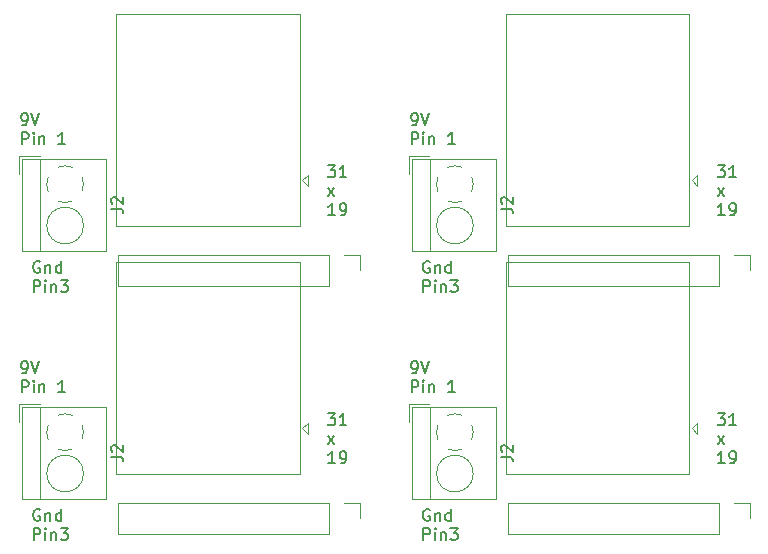
<source format=gbr>
%TF.GenerationSoftware,KiCad,Pcbnew,7.0.9*%
%TF.CreationDate,2024-06-08T21:54:21-04:00*%
%TF.ProjectId,8P breakout header,38502062-7265-4616-9b6f-757420686561,rev?*%
%TF.SameCoordinates,Original*%
%TF.FileFunction,Legend,Top*%
%TF.FilePolarity,Positive*%
%FSLAX46Y46*%
G04 Gerber Fmt 4.6, Leading zero omitted, Abs format (unit mm)*
G04 Created by KiCad (PCBNEW 7.0.9) date 2024-06-08 21:54:21*
%MOMM*%
%LPD*%
G01*
G04 APERTURE LIST*
%ADD10C,0.150000*%
%ADD11C,0.120000*%
G04 APERTURE END LIST*
D10*
X152360588Y-35807438D02*
X152265350Y-35759819D01*
X152265350Y-35759819D02*
X152122493Y-35759819D01*
X152122493Y-35759819D02*
X151979636Y-35807438D01*
X151979636Y-35807438D02*
X151884398Y-35902676D01*
X151884398Y-35902676D02*
X151836779Y-35997914D01*
X151836779Y-35997914D02*
X151789160Y-36188390D01*
X151789160Y-36188390D02*
X151789160Y-36331247D01*
X151789160Y-36331247D02*
X151836779Y-36521723D01*
X151836779Y-36521723D02*
X151884398Y-36616961D01*
X151884398Y-36616961D02*
X151979636Y-36712200D01*
X151979636Y-36712200D02*
X152122493Y-36759819D01*
X152122493Y-36759819D02*
X152217731Y-36759819D01*
X152217731Y-36759819D02*
X152360588Y-36712200D01*
X152360588Y-36712200D02*
X152408207Y-36664580D01*
X152408207Y-36664580D02*
X152408207Y-36331247D01*
X152408207Y-36331247D02*
X152217731Y-36331247D01*
X152836779Y-36093152D02*
X152836779Y-36759819D01*
X152836779Y-36188390D02*
X152884398Y-36140771D01*
X152884398Y-36140771D02*
X152979636Y-36093152D01*
X152979636Y-36093152D02*
X153122493Y-36093152D01*
X153122493Y-36093152D02*
X153217731Y-36140771D01*
X153217731Y-36140771D02*
X153265350Y-36236009D01*
X153265350Y-36236009D02*
X153265350Y-36759819D01*
X154170112Y-36759819D02*
X154170112Y-35759819D01*
X154170112Y-36712200D02*
X154074874Y-36759819D01*
X154074874Y-36759819D02*
X153884398Y-36759819D01*
X153884398Y-36759819D02*
X153789160Y-36712200D01*
X153789160Y-36712200D02*
X153741541Y-36664580D01*
X153741541Y-36664580D02*
X153693922Y-36569342D01*
X153693922Y-36569342D02*
X153693922Y-36283628D01*
X153693922Y-36283628D02*
X153741541Y-36188390D01*
X153741541Y-36188390D02*
X153789160Y-36140771D01*
X153789160Y-36140771D02*
X153884398Y-36093152D01*
X153884398Y-36093152D02*
X154074874Y-36093152D01*
X154074874Y-36093152D02*
X154170112Y-36140771D01*
X151836779Y-38369819D02*
X151836779Y-37369819D01*
X151836779Y-37369819D02*
X152217731Y-37369819D01*
X152217731Y-37369819D02*
X152312969Y-37417438D01*
X152312969Y-37417438D02*
X152360588Y-37465057D01*
X152360588Y-37465057D02*
X152408207Y-37560295D01*
X152408207Y-37560295D02*
X152408207Y-37703152D01*
X152408207Y-37703152D02*
X152360588Y-37798390D01*
X152360588Y-37798390D02*
X152312969Y-37846009D01*
X152312969Y-37846009D02*
X152217731Y-37893628D01*
X152217731Y-37893628D02*
X151836779Y-37893628D01*
X152836779Y-38369819D02*
X152836779Y-37703152D01*
X152836779Y-37369819D02*
X152789160Y-37417438D01*
X152789160Y-37417438D02*
X152836779Y-37465057D01*
X152836779Y-37465057D02*
X152884398Y-37417438D01*
X152884398Y-37417438D02*
X152836779Y-37369819D01*
X152836779Y-37369819D02*
X152836779Y-37465057D01*
X153312969Y-37703152D02*
X153312969Y-38369819D01*
X153312969Y-37798390D02*
X153360588Y-37750771D01*
X153360588Y-37750771D02*
X153455826Y-37703152D01*
X153455826Y-37703152D02*
X153598683Y-37703152D01*
X153598683Y-37703152D02*
X153693921Y-37750771D01*
X153693921Y-37750771D02*
X153741540Y-37846009D01*
X153741540Y-37846009D02*
X153741540Y-38369819D01*
X154122493Y-37369819D02*
X154741540Y-37369819D01*
X154741540Y-37369819D02*
X154408207Y-37750771D01*
X154408207Y-37750771D02*
X154551064Y-37750771D01*
X154551064Y-37750771D02*
X154646302Y-37798390D01*
X154646302Y-37798390D02*
X154693921Y-37846009D01*
X154693921Y-37846009D02*
X154741540Y-37941247D01*
X154741540Y-37941247D02*
X154741540Y-38179342D01*
X154741540Y-38179342D02*
X154693921Y-38274580D01*
X154693921Y-38274580D02*
X154646302Y-38322200D01*
X154646302Y-38322200D02*
X154551064Y-38369819D01*
X154551064Y-38369819D02*
X154265350Y-38369819D01*
X154265350Y-38369819D02*
X154170112Y-38322200D01*
X154170112Y-38322200D02*
X154122493Y-38274580D01*
X150884398Y-45259819D02*
X151074874Y-45259819D01*
X151074874Y-45259819D02*
X151170112Y-45212200D01*
X151170112Y-45212200D02*
X151217731Y-45164580D01*
X151217731Y-45164580D02*
X151312969Y-45021723D01*
X151312969Y-45021723D02*
X151360588Y-44831247D01*
X151360588Y-44831247D02*
X151360588Y-44450295D01*
X151360588Y-44450295D02*
X151312969Y-44355057D01*
X151312969Y-44355057D02*
X151265350Y-44307438D01*
X151265350Y-44307438D02*
X151170112Y-44259819D01*
X151170112Y-44259819D02*
X150979636Y-44259819D01*
X150979636Y-44259819D02*
X150884398Y-44307438D01*
X150884398Y-44307438D02*
X150836779Y-44355057D01*
X150836779Y-44355057D02*
X150789160Y-44450295D01*
X150789160Y-44450295D02*
X150789160Y-44688390D01*
X150789160Y-44688390D02*
X150836779Y-44783628D01*
X150836779Y-44783628D02*
X150884398Y-44831247D01*
X150884398Y-44831247D02*
X150979636Y-44878866D01*
X150979636Y-44878866D02*
X151170112Y-44878866D01*
X151170112Y-44878866D02*
X151265350Y-44831247D01*
X151265350Y-44831247D02*
X151312969Y-44783628D01*
X151312969Y-44783628D02*
X151360588Y-44688390D01*
X151646303Y-44259819D02*
X151979636Y-45259819D01*
X151979636Y-45259819D02*
X152312969Y-44259819D01*
X150836779Y-46869819D02*
X150836779Y-45869819D01*
X150836779Y-45869819D02*
X151217731Y-45869819D01*
X151217731Y-45869819D02*
X151312969Y-45917438D01*
X151312969Y-45917438D02*
X151360588Y-45965057D01*
X151360588Y-45965057D02*
X151408207Y-46060295D01*
X151408207Y-46060295D02*
X151408207Y-46203152D01*
X151408207Y-46203152D02*
X151360588Y-46298390D01*
X151360588Y-46298390D02*
X151312969Y-46346009D01*
X151312969Y-46346009D02*
X151217731Y-46393628D01*
X151217731Y-46393628D02*
X150836779Y-46393628D01*
X151836779Y-46869819D02*
X151836779Y-46203152D01*
X151836779Y-45869819D02*
X151789160Y-45917438D01*
X151789160Y-45917438D02*
X151836779Y-45965057D01*
X151836779Y-45965057D02*
X151884398Y-45917438D01*
X151884398Y-45917438D02*
X151836779Y-45869819D01*
X151836779Y-45869819D02*
X151836779Y-45965057D01*
X152312969Y-46203152D02*
X152312969Y-46869819D01*
X152312969Y-46298390D02*
X152360588Y-46250771D01*
X152360588Y-46250771D02*
X152455826Y-46203152D01*
X152455826Y-46203152D02*
X152598683Y-46203152D01*
X152598683Y-46203152D02*
X152693921Y-46250771D01*
X152693921Y-46250771D02*
X152741540Y-46346009D01*
X152741540Y-46346009D02*
X152741540Y-46869819D01*
X154503445Y-46869819D02*
X153932017Y-46869819D01*
X154217731Y-46869819D02*
X154217731Y-45869819D01*
X154217731Y-45869819D02*
X154122493Y-46012676D01*
X154122493Y-46012676D02*
X154027255Y-46107914D01*
X154027255Y-46107914D02*
X153932017Y-46155533D01*
X119360588Y-35807438D02*
X119265350Y-35759819D01*
X119265350Y-35759819D02*
X119122493Y-35759819D01*
X119122493Y-35759819D02*
X118979636Y-35807438D01*
X118979636Y-35807438D02*
X118884398Y-35902676D01*
X118884398Y-35902676D02*
X118836779Y-35997914D01*
X118836779Y-35997914D02*
X118789160Y-36188390D01*
X118789160Y-36188390D02*
X118789160Y-36331247D01*
X118789160Y-36331247D02*
X118836779Y-36521723D01*
X118836779Y-36521723D02*
X118884398Y-36616961D01*
X118884398Y-36616961D02*
X118979636Y-36712200D01*
X118979636Y-36712200D02*
X119122493Y-36759819D01*
X119122493Y-36759819D02*
X119217731Y-36759819D01*
X119217731Y-36759819D02*
X119360588Y-36712200D01*
X119360588Y-36712200D02*
X119408207Y-36664580D01*
X119408207Y-36664580D02*
X119408207Y-36331247D01*
X119408207Y-36331247D02*
X119217731Y-36331247D01*
X119836779Y-36093152D02*
X119836779Y-36759819D01*
X119836779Y-36188390D02*
X119884398Y-36140771D01*
X119884398Y-36140771D02*
X119979636Y-36093152D01*
X119979636Y-36093152D02*
X120122493Y-36093152D01*
X120122493Y-36093152D02*
X120217731Y-36140771D01*
X120217731Y-36140771D02*
X120265350Y-36236009D01*
X120265350Y-36236009D02*
X120265350Y-36759819D01*
X121170112Y-36759819D02*
X121170112Y-35759819D01*
X121170112Y-36712200D02*
X121074874Y-36759819D01*
X121074874Y-36759819D02*
X120884398Y-36759819D01*
X120884398Y-36759819D02*
X120789160Y-36712200D01*
X120789160Y-36712200D02*
X120741541Y-36664580D01*
X120741541Y-36664580D02*
X120693922Y-36569342D01*
X120693922Y-36569342D02*
X120693922Y-36283628D01*
X120693922Y-36283628D02*
X120741541Y-36188390D01*
X120741541Y-36188390D02*
X120789160Y-36140771D01*
X120789160Y-36140771D02*
X120884398Y-36093152D01*
X120884398Y-36093152D02*
X121074874Y-36093152D01*
X121074874Y-36093152D02*
X121170112Y-36140771D01*
X118836779Y-38369819D02*
X118836779Y-37369819D01*
X118836779Y-37369819D02*
X119217731Y-37369819D01*
X119217731Y-37369819D02*
X119312969Y-37417438D01*
X119312969Y-37417438D02*
X119360588Y-37465057D01*
X119360588Y-37465057D02*
X119408207Y-37560295D01*
X119408207Y-37560295D02*
X119408207Y-37703152D01*
X119408207Y-37703152D02*
X119360588Y-37798390D01*
X119360588Y-37798390D02*
X119312969Y-37846009D01*
X119312969Y-37846009D02*
X119217731Y-37893628D01*
X119217731Y-37893628D02*
X118836779Y-37893628D01*
X119836779Y-38369819D02*
X119836779Y-37703152D01*
X119836779Y-37369819D02*
X119789160Y-37417438D01*
X119789160Y-37417438D02*
X119836779Y-37465057D01*
X119836779Y-37465057D02*
X119884398Y-37417438D01*
X119884398Y-37417438D02*
X119836779Y-37369819D01*
X119836779Y-37369819D02*
X119836779Y-37465057D01*
X120312969Y-37703152D02*
X120312969Y-38369819D01*
X120312969Y-37798390D02*
X120360588Y-37750771D01*
X120360588Y-37750771D02*
X120455826Y-37703152D01*
X120455826Y-37703152D02*
X120598683Y-37703152D01*
X120598683Y-37703152D02*
X120693921Y-37750771D01*
X120693921Y-37750771D02*
X120741540Y-37846009D01*
X120741540Y-37846009D02*
X120741540Y-38369819D01*
X121122493Y-37369819D02*
X121741540Y-37369819D01*
X121741540Y-37369819D02*
X121408207Y-37750771D01*
X121408207Y-37750771D02*
X121551064Y-37750771D01*
X121551064Y-37750771D02*
X121646302Y-37798390D01*
X121646302Y-37798390D02*
X121693921Y-37846009D01*
X121693921Y-37846009D02*
X121741540Y-37941247D01*
X121741540Y-37941247D02*
X121741540Y-38179342D01*
X121741540Y-38179342D02*
X121693921Y-38274580D01*
X121693921Y-38274580D02*
X121646302Y-38322200D01*
X121646302Y-38322200D02*
X121551064Y-38369819D01*
X121551064Y-38369819D02*
X121265350Y-38369819D01*
X121265350Y-38369819D02*
X121170112Y-38322200D01*
X121170112Y-38322200D02*
X121122493Y-38274580D01*
X117884398Y-24259819D02*
X118074874Y-24259819D01*
X118074874Y-24259819D02*
X118170112Y-24212200D01*
X118170112Y-24212200D02*
X118217731Y-24164580D01*
X118217731Y-24164580D02*
X118312969Y-24021723D01*
X118312969Y-24021723D02*
X118360588Y-23831247D01*
X118360588Y-23831247D02*
X118360588Y-23450295D01*
X118360588Y-23450295D02*
X118312969Y-23355057D01*
X118312969Y-23355057D02*
X118265350Y-23307438D01*
X118265350Y-23307438D02*
X118170112Y-23259819D01*
X118170112Y-23259819D02*
X117979636Y-23259819D01*
X117979636Y-23259819D02*
X117884398Y-23307438D01*
X117884398Y-23307438D02*
X117836779Y-23355057D01*
X117836779Y-23355057D02*
X117789160Y-23450295D01*
X117789160Y-23450295D02*
X117789160Y-23688390D01*
X117789160Y-23688390D02*
X117836779Y-23783628D01*
X117836779Y-23783628D02*
X117884398Y-23831247D01*
X117884398Y-23831247D02*
X117979636Y-23878866D01*
X117979636Y-23878866D02*
X118170112Y-23878866D01*
X118170112Y-23878866D02*
X118265350Y-23831247D01*
X118265350Y-23831247D02*
X118312969Y-23783628D01*
X118312969Y-23783628D02*
X118360588Y-23688390D01*
X118646303Y-23259819D02*
X118979636Y-24259819D01*
X118979636Y-24259819D02*
X119312969Y-23259819D01*
X117836779Y-25869819D02*
X117836779Y-24869819D01*
X117836779Y-24869819D02*
X118217731Y-24869819D01*
X118217731Y-24869819D02*
X118312969Y-24917438D01*
X118312969Y-24917438D02*
X118360588Y-24965057D01*
X118360588Y-24965057D02*
X118408207Y-25060295D01*
X118408207Y-25060295D02*
X118408207Y-25203152D01*
X118408207Y-25203152D02*
X118360588Y-25298390D01*
X118360588Y-25298390D02*
X118312969Y-25346009D01*
X118312969Y-25346009D02*
X118217731Y-25393628D01*
X118217731Y-25393628D02*
X117836779Y-25393628D01*
X118836779Y-25869819D02*
X118836779Y-25203152D01*
X118836779Y-24869819D02*
X118789160Y-24917438D01*
X118789160Y-24917438D02*
X118836779Y-24965057D01*
X118836779Y-24965057D02*
X118884398Y-24917438D01*
X118884398Y-24917438D02*
X118836779Y-24869819D01*
X118836779Y-24869819D02*
X118836779Y-24965057D01*
X119312969Y-25203152D02*
X119312969Y-25869819D01*
X119312969Y-25298390D02*
X119360588Y-25250771D01*
X119360588Y-25250771D02*
X119455826Y-25203152D01*
X119455826Y-25203152D02*
X119598683Y-25203152D01*
X119598683Y-25203152D02*
X119693921Y-25250771D01*
X119693921Y-25250771D02*
X119741540Y-25346009D01*
X119741540Y-25346009D02*
X119741540Y-25869819D01*
X121503445Y-25869819D02*
X120932017Y-25869819D01*
X121217731Y-25869819D02*
X121217731Y-24869819D01*
X121217731Y-24869819D02*
X121122493Y-25012676D01*
X121122493Y-25012676D02*
X121027255Y-25107914D01*
X121027255Y-25107914D02*
X120932017Y-25155533D01*
X176741541Y-27649819D02*
X177360588Y-27649819D01*
X177360588Y-27649819D02*
X177027255Y-28030771D01*
X177027255Y-28030771D02*
X177170112Y-28030771D01*
X177170112Y-28030771D02*
X177265350Y-28078390D01*
X177265350Y-28078390D02*
X177312969Y-28126009D01*
X177312969Y-28126009D02*
X177360588Y-28221247D01*
X177360588Y-28221247D02*
X177360588Y-28459342D01*
X177360588Y-28459342D02*
X177312969Y-28554580D01*
X177312969Y-28554580D02*
X177265350Y-28602200D01*
X177265350Y-28602200D02*
X177170112Y-28649819D01*
X177170112Y-28649819D02*
X176884398Y-28649819D01*
X176884398Y-28649819D02*
X176789160Y-28602200D01*
X176789160Y-28602200D02*
X176741541Y-28554580D01*
X178312969Y-28649819D02*
X177741541Y-28649819D01*
X178027255Y-28649819D02*
X178027255Y-27649819D01*
X178027255Y-27649819D02*
X177932017Y-27792676D01*
X177932017Y-27792676D02*
X177836779Y-27887914D01*
X177836779Y-27887914D02*
X177741541Y-27935533D01*
X176741541Y-30259819D02*
X177265350Y-29593152D01*
X176741541Y-29593152D02*
X177265350Y-30259819D01*
X177360588Y-31869819D02*
X176789160Y-31869819D01*
X177074874Y-31869819D02*
X177074874Y-30869819D01*
X177074874Y-30869819D02*
X176979636Y-31012676D01*
X176979636Y-31012676D02*
X176884398Y-31107914D01*
X176884398Y-31107914D02*
X176789160Y-31155533D01*
X177836779Y-31869819D02*
X178027255Y-31869819D01*
X178027255Y-31869819D02*
X178122493Y-31822200D01*
X178122493Y-31822200D02*
X178170112Y-31774580D01*
X178170112Y-31774580D02*
X178265350Y-31631723D01*
X178265350Y-31631723D02*
X178312969Y-31441247D01*
X178312969Y-31441247D02*
X178312969Y-31060295D01*
X178312969Y-31060295D02*
X178265350Y-30965057D01*
X178265350Y-30965057D02*
X178217731Y-30917438D01*
X178217731Y-30917438D02*
X178122493Y-30869819D01*
X178122493Y-30869819D02*
X177932017Y-30869819D01*
X177932017Y-30869819D02*
X177836779Y-30917438D01*
X177836779Y-30917438D02*
X177789160Y-30965057D01*
X177789160Y-30965057D02*
X177741541Y-31060295D01*
X177741541Y-31060295D02*
X177741541Y-31298390D01*
X177741541Y-31298390D02*
X177789160Y-31393628D01*
X177789160Y-31393628D02*
X177836779Y-31441247D01*
X177836779Y-31441247D02*
X177932017Y-31488866D01*
X177932017Y-31488866D02*
X178122493Y-31488866D01*
X178122493Y-31488866D02*
X178217731Y-31441247D01*
X178217731Y-31441247D02*
X178265350Y-31393628D01*
X178265350Y-31393628D02*
X178312969Y-31298390D01*
X143741541Y-27649819D02*
X144360588Y-27649819D01*
X144360588Y-27649819D02*
X144027255Y-28030771D01*
X144027255Y-28030771D02*
X144170112Y-28030771D01*
X144170112Y-28030771D02*
X144265350Y-28078390D01*
X144265350Y-28078390D02*
X144312969Y-28126009D01*
X144312969Y-28126009D02*
X144360588Y-28221247D01*
X144360588Y-28221247D02*
X144360588Y-28459342D01*
X144360588Y-28459342D02*
X144312969Y-28554580D01*
X144312969Y-28554580D02*
X144265350Y-28602200D01*
X144265350Y-28602200D02*
X144170112Y-28649819D01*
X144170112Y-28649819D02*
X143884398Y-28649819D01*
X143884398Y-28649819D02*
X143789160Y-28602200D01*
X143789160Y-28602200D02*
X143741541Y-28554580D01*
X145312969Y-28649819D02*
X144741541Y-28649819D01*
X145027255Y-28649819D02*
X145027255Y-27649819D01*
X145027255Y-27649819D02*
X144932017Y-27792676D01*
X144932017Y-27792676D02*
X144836779Y-27887914D01*
X144836779Y-27887914D02*
X144741541Y-27935533D01*
X143741541Y-30259819D02*
X144265350Y-29593152D01*
X143741541Y-29593152D02*
X144265350Y-30259819D01*
X144360588Y-31869819D02*
X143789160Y-31869819D01*
X144074874Y-31869819D02*
X144074874Y-30869819D01*
X144074874Y-30869819D02*
X143979636Y-31012676D01*
X143979636Y-31012676D02*
X143884398Y-31107914D01*
X143884398Y-31107914D02*
X143789160Y-31155533D01*
X144836779Y-31869819D02*
X145027255Y-31869819D01*
X145027255Y-31869819D02*
X145122493Y-31822200D01*
X145122493Y-31822200D02*
X145170112Y-31774580D01*
X145170112Y-31774580D02*
X145265350Y-31631723D01*
X145265350Y-31631723D02*
X145312969Y-31441247D01*
X145312969Y-31441247D02*
X145312969Y-31060295D01*
X145312969Y-31060295D02*
X145265350Y-30965057D01*
X145265350Y-30965057D02*
X145217731Y-30917438D01*
X145217731Y-30917438D02*
X145122493Y-30869819D01*
X145122493Y-30869819D02*
X144932017Y-30869819D01*
X144932017Y-30869819D02*
X144836779Y-30917438D01*
X144836779Y-30917438D02*
X144789160Y-30965057D01*
X144789160Y-30965057D02*
X144741541Y-31060295D01*
X144741541Y-31060295D02*
X144741541Y-31298390D01*
X144741541Y-31298390D02*
X144789160Y-31393628D01*
X144789160Y-31393628D02*
X144836779Y-31441247D01*
X144836779Y-31441247D02*
X144932017Y-31488866D01*
X144932017Y-31488866D02*
X145122493Y-31488866D01*
X145122493Y-31488866D02*
X145217731Y-31441247D01*
X145217731Y-31441247D02*
X145265350Y-31393628D01*
X145265350Y-31393628D02*
X145312969Y-31298390D01*
X119360588Y-56807438D02*
X119265350Y-56759819D01*
X119265350Y-56759819D02*
X119122493Y-56759819D01*
X119122493Y-56759819D02*
X118979636Y-56807438D01*
X118979636Y-56807438D02*
X118884398Y-56902676D01*
X118884398Y-56902676D02*
X118836779Y-56997914D01*
X118836779Y-56997914D02*
X118789160Y-57188390D01*
X118789160Y-57188390D02*
X118789160Y-57331247D01*
X118789160Y-57331247D02*
X118836779Y-57521723D01*
X118836779Y-57521723D02*
X118884398Y-57616961D01*
X118884398Y-57616961D02*
X118979636Y-57712200D01*
X118979636Y-57712200D02*
X119122493Y-57759819D01*
X119122493Y-57759819D02*
X119217731Y-57759819D01*
X119217731Y-57759819D02*
X119360588Y-57712200D01*
X119360588Y-57712200D02*
X119408207Y-57664580D01*
X119408207Y-57664580D02*
X119408207Y-57331247D01*
X119408207Y-57331247D02*
X119217731Y-57331247D01*
X119836779Y-57093152D02*
X119836779Y-57759819D01*
X119836779Y-57188390D02*
X119884398Y-57140771D01*
X119884398Y-57140771D02*
X119979636Y-57093152D01*
X119979636Y-57093152D02*
X120122493Y-57093152D01*
X120122493Y-57093152D02*
X120217731Y-57140771D01*
X120217731Y-57140771D02*
X120265350Y-57236009D01*
X120265350Y-57236009D02*
X120265350Y-57759819D01*
X121170112Y-57759819D02*
X121170112Y-56759819D01*
X121170112Y-57712200D02*
X121074874Y-57759819D01*
X121074874Y-57759819D02*
X120884398Y-57759819D01*
X120884398Y-57759819D02*
X120789160Y-57712200D01*
X120789160Y-57712200D02*
X120741541Y-57664580D01*
X120741541Y-57664580D02*
X120693922Y-57569342D01*
X120693922Y-57569342D02*
X120693922Y-57283628D01*
X120693922Y-57283628D02*
X120741541Y-57188390D01*
X120741541Y-57188390D02*
X120789160Y-57140771D01*
X120789160Y-57140771D02*
X120884398Y-57093152D01*
X120884398Y-57093152D02*
X121074874Y-57093152D01*
X121074874Y-57093152D02*
X121170112Y-57140771D01*
X118836779Y-59369819D02*
X118836779Y-58369819D01*
X118836779Y-58369819D02*
X119217731Y-58369819D01*
X119217731Y-58369819D02*
X119312969Y-58417438D01*
X119312969Y-58417438D02*
X119360588Y-58465057D01*
X119360588Y-58465057D02*
X119408207Y-58560295D01*
X119408207Y-58560295D02*
X119408207Y-58703152D01*
X119408207Y-58703152D02*
X119360588Y-58798390D01*
X119360588Y-58798390D02*
X119312969Y-58846009D01*
X119312969Y-58846009D02*
X119217731Y-58893628D01*
X119217731Y-58893628D02*
X118836779Y-58893628D01*
X119836779Y-59369819D02*
X119836779Y-58703152D01*
X119836779Y-58369819D02*
X119789160Y-58417438D01*
X119789160Y-58417438D02*
X119836779Y-58465057D01*
X119836779Y-58465057D02*
X119884398Y-58417438D01*
X119884398Y-58417438D02*
X119836779Y-58369819D01*
X119836779Y-58369819D02*
X119836779Y-58465057D01*
X120312969Y-58703152D02*
X120312969Y-59369819D01*
X120312969Y-58798390D02*
X120360588Y-58750771D01*
X120360588Y-58750771D02*
X120455826Y-58703152D01*
X120455826Y-58703152D02*
X120598683Y-58703152D01*
X120598683Y-58703152D02*
X120693921Y-58750771D01*
X120693921Y-58750771D02*
X120741540Y-58846009D01*
X120741540Y-58846009D02*
X120741540Y-59369819D01*
X121122493Y-58369819D02*
X121741540Y-58369819D01*
X121741540Y-58369819D02*
X121408207Y-58750771D01*
X121408207Y-58750771D02*
X121551064Y-58750771D01*
X121551064Y-58750771D02*
X121646302Y-58798390D01*
X121646302Y-58798390D02*
X121693921Y-58846009D01*
X121693921Y-58846009D02*
X121741540Y-58941247D01*
X121741540Y-58941247D02*
X121741540Y-59179342D01*
X121741540Y-59179342D02*
X121693921Y-59274580D01*
X121693921Y-59274580D02*
X121646302Y-59322200D01*
X121646302Y-59322200D02*
X121551064Y-59369819D01*
X121551064Y-59369819D02*
X121265350Y-59369819D01*
X121265350Y-59369819D02*
X121170112Y-59322200D01*
X121170112Y-59322200D02*
X121122493Y-59274580D01*
X176741541Y-48649819D02*
X177360588Y-48649819D01*
X177360588Y-48649819D02*
X177027255Y-49030771D01*
X177027255Y-49030771D02*
X177170112Y-49030771D01*
X177170112Y-49030771D02*
X177265350Y-49078390D01*
X177265350Y-49078390D02*
X177312969Y-49126009D01*
X177312969Y-49126009D02*
X177360588Y-49221247D01*
X177360588Y-49221247D02*
X177360588Y-49459342D01*
X177360588Y-49459342D02*
X177312969Y-49554580D01*
X177312969Y-49554580D02*
X177265350Y-49602200D01*
X177265350Y-49602200D02*
X177170112Y-49649819D01*
X177170112Y-49649819D02*
X176884398Y-49649819D01*
X176884398Y-49649819D02*
X176789160Y-49602200D01*
X176789160Y-49602200D02*
X176741541Y-49554580D01*
X178312969Y-49649819D02*
X177741541Y-49649819D01*
X178027255Y-49649819D02*
X178027255Y-48649819D01*
X178027255Y-48649819D02*
X177932017Y-48792676D01*
X177932017Y-48792676D02*
X177836779Y-48887914D01*
X177836779Y-48887914D02*
X177741541Y-48935533D01*
X176741541Y-51259819D02*
X177265350Y-50593152D01*
X176741541Y-50593152D02*
X177265350Y-51259819D01*
X177360588Y-52869819D02*
X176789160Y-52869819D01*
X177074874Y-52869819D02*
X177074874Y-51869819D01*
X177074874Y-51869819D02*
X176979636Y-52012676D01*
X176979636Y-52012676D02*
X176884398Y-52107914D01*
X176884398Y-52107914D02*
X176789160Y-52155533D01*
X177836779Y-52869819D02*
X178027255Y-52869819D01*
X178027255Y-52869819D02*
X178122493Y-52822200D01*
X178122493Y-52822200D02*
X178170112Y-52774580D01*
X178170112Y-52774580D02*
X178265350Y-52631723D01*
X178265350Y-52631723D02*
X178312969Y-52441247D01*
X178312969Y-52441247D02*
X178312969Y-52060295D01*
X178312969Y-52060295D02*
X178265350Y-51965057D01*
X178265350Y-51965057D02*
X178217731Y-51917438D01*
X178217731Y-51917438D02*
X178122493Y-51869819D01*
X178122493Y-51869819D02*
X177932017Y-51869819D01*
X177932017Y-51869819D02*
X177836779Y-51917438D01*
X177836779Y-51917438D02*
X177789160Y-51965057D01*
X177789160Y-51965057D02*
X177741541Y-52060295D01*
X177741541Y-52060295D02*
X177741541Y-52298390D01*
X177741541Y-52298390D02*
X177789160Y-52393628D01*
X177789160Y-52393628D02*
X177836779Y-52441247D01*
X177836779Y-52441247D02*
X177932017Y-52488866D01*
X177932017Y-52488866D02*
X178122493Y-52488866D01*
X178122493Y-52488866D02*
X178217731Y-52441247D01*
X178217731Y-52441247D02*
X178265350Y-52393628D01*
X178265350Y-52393628D02*
X178312969Y-52298390D01*
X143741541Y-48649819D02*
X144360588Y-48649819D01*
X144360588Y-48649819D02*
X144027255Y-49030771D01*
X144027255Y-49030771D02*
X144170112Y-49030771D01*
X144170112Y-49030771D02*
X144265350Y-49078390D01*
X144265350Y-49078390D02*
X144312969Y-49126009D01*
X144312969Y-49126009D02*
X144360588Y-49221247D01*
X144360588Y-49221247D02*
X144360588Y-49459342D01*
X144360588Y-49459342D02*
X144312969Y-49554580D01*
X144312969Y-49554580D02*
X144265350Y-49602200D01*
X144265350Y-49602200D02*
X144170112Y-49649819D01*
X144170112Y-49649819D02*
X143884398Y-49649819D01*
X143884398Y-49649819D02*
X143789160Y-49602200D01*
X143789160Y-49602200D02*
X143741541Y-49554580D01*
X145312969Y-49649819D02*
X144741541Y-49649819D01*
X145027255Y-49649819D02*
X145027255Y-48649819D01*
X145027255Y-48649819D02*
X144932017Y-48792676D01*
X144932017Y-48792676D02*
X144836779Y-48887914D01*
X144836779Y-48887914D02*
X144741541Y-48935533D01*
X143741541Y-51259819D02*
X144265350Y-50593152D01*
X143741541Y-50593152D02*
X144265350Y-51259819D01*
X144360588Y-52869819D02*
X143789160Y-52869819D01*
X144074874Y-52869819D02*
X144074874Y-51869819D01*
X144074874Y-51869819D02*
X143979636Y-52012676D01*
X143979636Y-52012676D02*
X143884398Y-52107914D01*
X143884398Y-52107914D02*
X143789160Y-52155533D01*
X144836779Y-52869819D02*
X145027255Y-52869819D01*
X145027255Y-52869819D02*
X145122493Y-52822200D01*
X145122493Y-52822200D02*
X145170112Y-52774580D01*
X145170112Y-52774580D02*
X145265350Y-52631723D01*
X145265350Y-52631723D02*
X145312969Y-52441247D01*
X145312969Y-52441247D02*
X145312969Y-52060295D01*
X145312969Y-52060295D02*
X145265350Y-51965057D01*
X145265350Y-51965057D02*
X145217731Y-51917438D01*
X145217731Y-51917438D02*
X145122493Y-51869819D01*
X145122493Y-51869819D02*
X144932017Y-51869819D01*
X144932017Y-51869819D02*
X144836779Y-51917438D01*
X144836779Y-51917438D02*
X144789160Y-51965057D01*
X144789160Y-51965057D02*
X144741541Y-52060295D01*
X144741541Y-52060295D02*
X144741541Y-52298390D01*
X144741541Y-52298390D02*
X144789160Y-52393628D01*
X144789160Y-52393628D02*
X144836779Y-52441247D01*
X144836779Y-52441247D02*
X144932017Y-52488866D01*
X144932017Y-52488866D02*
X145122493Y-52488866D01*
X145122493Y-52488866D02*
X145217731Y-52441247D01*
X145217731Y-52441247D02*
X145265350Y-52393628D01*
X145265350Y-52393628D02*
X145312969Y-52298390D01*
X152360588Y-56807438D02*
X152265350Y-56759819D01*
X152265350Y-56759819D02*
X152122493Y-56759819D01*
X152122493Y-56759819D02*
X151979636Y-56807438D01*
X151979636Y-56807438D02*
X151884398Y-56902676D01*
X151884398Y-56902676D02*
X151836779Y-56997914D01*
X151836779Y-56997914D02*
X151789160Y-57188390D01*
X151789160Y-57188390D02*
X151789160Y-57331247D01*
X151789160Y-57331247D02*
X151836779Y-57521723D01*
X151836779Y-57521723D02*
X151884398Y-57616961D01*
X151884398Y-57616961D02*
X151979636Y-57712200D01*
X151979636Y-57712200D02*
X152122493Y-57759819D01*
X152122493Y-57759819D02*
X152217731Y-57759819D01*
X152217731Y-57759819D02*
X152360588Y-57712200D01*
X152360588Y-57712200D02*
X152408207Y-57664580D01*
X152408207Y-57664580D02*
X152408207Y-57331247D01*
X152408207Y-57331247D02*
X152217731Y-57331247D01*
X152836779Y-57093152D02*
X152836779Y-57759819D01*
X152836779Y-57188390D02*
X152884398Y-57140771D01*
X152884398Y-57140771D02*
X152979636Y-57093152D01*
X152979636Y-57093152D02*
X153122493Y-57093152D01*
X153122493Y-57093152D02*
X153217731Y-57140771D01*
X153217731Y-57140771D02*
X153265350Y-57236009D01*
X153265350Y-57236009D02*
X153265350Y-57759819D01*
X154170112Y-57759819D02*
X154170112Y-56759819D01*
X154170112Y-57712200D02*
X154074874Y-57759819D01*
X154074874Y-57759819D02*
X153884398Y-57759819D01*
X153884398Y-57759819D02*
X153789160Y-57712200D01*
X153789160Y-57712200D02*
X153741541Y-57664580D01*
X153741541Y-57664580D02*
X153693922Y-57569342D01*
X153693922Y-57569342D02*
X153693922Y-57283628D01*
X153693922Y-57283628D02*
X153741541Y-57188390D01*
X153741541Y-57188390D02*
X153789160Y-57140771D01*
X153789160Y-57140771D02*
X153884398Y-57093152D01*
X153884398Y-57093152D02*
X154074874Y-57093152D01*
X154074874Y-57093152D02*
X154170112Y-57140771D01*
X151836779Y-59369819D02*
X151836779Y-58369819D01*
X151836779Y-58369819D02*
X152217731Y-58369819D01*
X152217731Y-58369819D02*
X152312969Y-58417438D01*
X152312969Y-58417438D02*
X152360588Y-58465057D01*
X152360588Y-58465057D02*
X152408207Y-58560295D01*
X152408207Y-58560295D02*
X152408207Y-58703152D01*
X152408207Y-58703152D02*
X152360588Y-58798390D01*
X152360588Y-58798390D02*
X152312969Y-58846009D01*
X152312969Y-58846009D02*
X152217731Y-58893628D01*
X152217731Y-58893628D02*
X151836779Y-58893628D01*
X152836779Y-59369819D02*
X152836779Y-58703152D01*
X152836779Y-58369819D02*
X152789160Y-58417438D01*
X152789160Y-58417438D02*
X152836779Y-58465057D01*
X152836779Y-58465057D02*
X152884398Y-58417438D01*
X152884398Y-58417438D02*
X152836779Y-58369819D01*
X152836779Y-58369819D02*
X152836779Y-58465057D01*
X153312969Y-58703152D02*
X153312969Y-59369819D01*
X153312969Y-58798390D02*
X153360588Y-58750771D01*
X153360588Y-58750771D02*
X153455826Y-58703152D01*
X153455826Y-58703152D02*
X153598683Y-58703152D01*
X153598683Y-58703152D02*
X153693921Y-58750771D01*
X153693921Y-58750771D02*
X153741540Y-58846009D01*
X153741540Y-58846009D02*
X153741540Y-59369819D01*
X154122493Y-58369819D02*
X154741540Y-58369819D01*
X154741540Y-58369819D02*
X154408207Y-58750771D01*
X154408207Y-58750771D02*
X154551064Y-58750771D01*
X154551064Y-58750771D02*
X154646302Y-58798390D01*
X154646302Y-58798390D02*
X154693921Y-58846009D01*
X154693921Y-58846009D02*
X154741540Y-58941247D01*
X154741540Y-58941247D02*
X154741540Y-59179342D01*
X154741540Y-59179342D02*
X154693921Y-59274580D01*
X154693921Y-59274580D02*
X154646302Y-59322200D01*
X154646302Y-59322200D02*
X154551064Y-59369819D01*
X154551064Y-59369819D02*
X154265350Y-59369819D01*
X154265350Y-59369819D02*
X154170112Y-59322200D01*
X154170112Y-59322200D02*
X154122493Y-59274580D01*
X150884398Y-24259819D02*
X151074874Y-24259819D01*
X151074874Y-24259819D02*
X151170112Y-24212200D01*
X151170112Y-24212200D02*
X151217731Y-24164580D01*
X151217731Y-24164580D02*
X151312969Y-24021723D01*
X151312969Y-24021723D02*
X151360588Y-23831247D01*
X151360588Y-23831247D02*
X151360588Y-23450295D01*
X151360588Y-23450295D02*
X151312969Y-23355057D01*
X151312969Y-23355057D02*
X151265350Y-23307438D01*
X151265350Y-23307438D02*
X151170112Y-23259819D01*
X151170112Y-23259819D02*
X150979636Y-23259819D01*
X150979636Y-23259819D02*
X150884398Y-23307438D01*
X150884398Y-23307438D02*
X150836779Y-23355057D01*
X150836779Y-23355057D02*
X150789160Y-23450295D01*
X150789160Y-23450295D02*
X150789160Y-23688390D01*
X150789160Y-23688390D02*
X150836779Y-23783628D01*
X150836779Y-23783628D02*
X150884398Y-23831247D01*
X150884398Y-23831247D02*
X150979636Y-23878866D01*
X150979636Y-23878866D02*
X151170112Y-23878866D01*
X151170112Y-23878866D02*
X151265350Y-23831247D01*
X151265350Y-23831247D02*
X151312969Y-23783628D01*
X151312969Y-23783628D02*
X151360588Y-23688390D01*
X151646303Y-23259819D02*
X151979636Y-24259819D01*
X151979636Y-24259819D02*
X152312969Y-23259819D01*
X150836779Y-25869819D02*
X150836779Y-24869819D01*
X150836779Y-24869819D02*
X151217731Y-24869819D01*
X151217731Y-24869819D02*
X151312969Y-24917438D01*
X151312969Y-24917438D02*
X151360588Y-24965057D01*
X151360588Y-24965057D02*
X151408207Y-25060295D01*
X151408207Y-25060295D02*
X151408207Y-25203152D01*
X151408207Y-25203152D02*
X151360588Y-25298390D01*
X151360588Y-25298390D02*
X151312969Y-25346009D01*
X151312969Y-25346009D02*
X151217731Y-25393628D01*
X151217731Y-25393628D02*
X150836779Y-25393628D01*
X151836779Y-25869819D02*
X151836779Y-25203152D01*
X151836779Y-24869819D02*
X151789160Y-24917438D01*
X151789160Y-24917438D02*
X151836779Y-24965057D01*
X151836779Y-24965057D02*
X151884398Y-24917438D01*
X151884398Y-24917438D02*
X151836779Y-24869819D01*
X151836779Y-24869819D02*
X151836779Y-24965057D01*
X152312969Y-25203152D02*
X152312969Y-25869819D01*
X152312969Y-25298390D02*
X152360588Y-25250771D01*
X152360588Y-25250771D02*
X152455826Y-25203152D01*
X152455826Y-25203152D02*
X152598683Y-25203152D01*
X152598683Y-25203152D02*
X152693921Y-25250771D01*
X152693921Y-25250771D02*
X152741540Y-25346009D01*
X152741540Y-25346009D02*
X152741540Y-25869819D01*
X154503445Y-25869819D02*
X153932017Y-25869819D01*
X154217731Y-25869819D02*
X154217731Y-24869819D01*
X154217731Y-24869819D02*
X154122493Y-25012676D01*
X154122493Y-25012676D02*
X154027255Y-25107914D01*
X154027255Y-25107914D02*
X153932017Y-25155533D01*
X117884398Y-45259819D02*
X118074874Y-45259819D01*
X118074874Y-45259819D02*
X118170112Y-45212200D01*
X118170112Y-45212200D02*
X118217731Y-45164580D01*
X118217731Y-45164580D02*
X118312969Y-45021723D01*
X118312969Y-45021723D02*
X118360588Y-44831247D01*
X118360588Y-44831247D02*
X118360588Y-44450295D01*
X118360588Y-44450295D02*
X118312969Y-44355057D01*
X118312969Y-44355057D02*
X118265350Y-44307438D01*
X118265350Y-44307438D02*
X118170112Y-44259819D01*
X118170112Y-44259819D02*
X117979636Y-44259819D01*
X117979636Y-44259819D02*
X117884398Y-44307438D01*
X117884398Y-44307438D02*
X117836779Y-44355057D01*
X117836779Y-44355057D02*
X117789160Y-44450295D01*
X117789160Y-44450295D02*
X117789160Y-44688390D01*
X117789160Y-44688390D02*
X117836779Y-44783628D01*
X117836779Y-44783628D02*
X117884398Y-44831247D01*
X117884398Y-44831247D02*
X117979636Y-44878866D01*
X117979636Y-44878866D02*
X118170112Y-44878866D01*
X118170112Y-44878866D02*
X118265350Y-44831247D01*
X118265350Y-44831247D02*
X118312969Y-44783628D01*
X118312969Y-44783628D02*
X118360588Y-44688390D01*
X118646303Y-44259819D02*
X118979636Y-45259819D01*
X118979636Y-45259819D02*
X119312969Y-44259819D01*
X117836779Y-46869819D02*
X117836779Y-45869819D01*
X117836779Y-45869819D02*
X118217731Y-45869819D01*
X118217731Y-45869819D02*
X118312969Y-45917438D01*
X118312969Y-45917438D02*
X118360588Y-45965057D01*
X118360588Y-45965057D02*
X118408207Y-46060295D01*
X118408207Y-46060295D02*
X118408207Y-46203152D01*
X118408207Y-46203152D02*
X118360588Y-46298390D01*
X118360588Y-46298390D02*
X118312969Y-46346009D01*
X118312969Y-46346009D02*
X118217731Y-46393628D01*
X118217731Y-46393628D02*
X117836779Y-46393628D01*
X118836779Y-46869819D02*
X118836779Y-46203152D01*
X118836779Y-45869819D02*
X118789160Y-45917438D01*
X118789160Y-45917438D02*
X118836779Y-45965057D01*
X118836779Y-45965057D02*
X118884398Y-45917438D01*
X118884398Y-45917438D02*
X118836779Y-45869819D01*
X118836779Y-45869819D02*
X118836779Y-45965057D01*
X119312969Y-46203152D02*
X119312969Y-46869819D01*
X119312969Y-46298390D02*
X119360588Y-46250771D01*
X119360588Y-46250771D02*
X119455826Y-46203152D01*
X119455826Y-46203152D02*
X119598683Y-46203152D01*
X119598683Y-46203152D02*
X119693921Y-46250771D01*
X119693921Y-46250771D02*
X119741540Y-46346009D01*
X119741540Y-46346009D02*
X119741540Y-46869819D01*
X121503445Y-46869819D02*
X120932017Y-46869819D01*
X121217731Y-46869819D02*
X121217731Y-45869819D01*
X121217731Y-45869819D02*
X121122493Y-46012676D01*
X121122493Y-46012676D02*
X121027255Y-46107914D01*
X121027255Y-46107914D02*
X120932017Y-46155533D01*
X158414819Y-52333333D02*
X159129104Y-52333333D01*
X159129104Y-52333333D02*
X159271961Y-52380952D01*
X159271961Y-52380952D02*
X159367200Y-52476190D01*
X159367200Y-52476190D02*
X159414819Y-52619047D01*
X159414819Y-52619047D02*
X159414819Y-52714285D01*
X158510057Y-51904761D02*
X158462438Y-51857142D01*
X158462438Y-51857142D02*
X158414819Y-51761904D01*
X158414819Y-51761904D02*
X158414819Y-51523809D01*
X158414819Y-51523809D02*
X158462438Y-51428571D01*
X158462438Y-51428571D02*
X158510057Y-51380952D01*
X158510057Y-51380952D02*
X158605295Y-51333333D01*
X158605295Y-51333333D02*
X158700533Y-51333333D01*
X158700533Y-51333333D02*
X158843390Y-51380952D01*
X158843390Y-51380952D02*
X159414819Y-51952380D01*
X159414819Y-51952380D02*
X159414819Y-51333333D01*
X125414819Y-52333333D02*
X126129104Y-52333333D01*
X126129104Y-52333333D02*
X126271961Y-52380952D01*
X126271961Y-52380952D02*
X126367200Y-52476190D01*
X126367200Y-52476190D02*
X126414819Y-52619047D01*
X126414819Y-52619047D02*
X126414819Y-52714285D01*
X125510057Y-51904761D02*
X125462438Y-51857142D01*
X125462438Y-51857142D02*
X125414819Y-51761904D01*
X125414819Y-51761904D02*
X125414819Y-51523809D01*
X125414819Y-51523809D02*
X125462438Y-51428571D01*
X125462438Y-51428571D02*
X125510057Y-51380952D01*
X125510057Y-51380952D02*
X125605295Y-51333333D01*
X125605295Y-51333333D02*
X125700533Y-51333333D01*
X125700533Y-51333333D02*
X125843390Y-51380952D01*
X125843390Y-51380952D02*
X126414819Y-51952380D01*
X126414819Y-51952380D02*
X126414819Y-51333333D01*
X158414819Y-31333333D02*
X159129104Y-31333333D01*
X159129104Y-31333333D02*
X159271961Y-31380952D01*
X159271961Y-31380952D02*
X159367200Y-31476190D01*
X159367200Y-31476190D02*
X159414819Y-31619047D01*
X159414819Y-31619047D02*
X159414819Y-31714285D01*
X158510057Y-30904761D02*
X158462438Y-30857142D01*
X158462438Y-30857142D02*
X158414819Y-30761904D01*
X158414819Y-30761904D02*
X158414819Y-30523809D01*
X158414819Y-30523809D02*
X158462438Y-30428571D01*
X158462438Y-30428571D02*
X158510057Y-30380952D01*
X158510057Y-30380952D02*
X158605295Y-30333333D01*
X158605295Y-30333333D02*
X158700533Y-30333333D01*
X158700533Y-30333333D02*
X158843390Y-30380952D01*
X158843390Y-30380952D02*
X159414819Y-30952380D01*
X159414819Y-30952380D02*
X159414819Y-30333333D01*
X125414819Y-31333333D02*
X126129104Y-31333333D01*
X126129104Y-31333333D02*
X126271961Y-31380952D01*
X126271961Y-31380952D02*
X126367200Y-31476190D01*
X126367200Y-31476190D02*
X126414819Y-31619047D01*
X126414819Y-31619047D02*
X126414819Y-31714285D01*
X125510057Y-30904761D02*
X125462438Y-30857142D01*
X125462438Y-30857142D02*
X125414819Y-30761904D01*
X125414819Y-30761904D02*
X125414819Y-30523809D01*
X125414819Y-30523809D02*
X125462438Y-30428571D01*
X125462438Y-30428571D02*
X125510057Y-30380952D01*
X125510057Y-30380952D02*
X125605295Y-30333333D01*
X125605295Y-30333333D02*
X125700533Y-30333333D01*
X125700533Y-30333333D02*
X125843390Y-30380952D01*
X125843390Y-30380952D02*
X126414819Y-30952380D01*
X126414819Y-30952380D02*
X126414819Y-30333333D01*
D11*
%TO.C,J4*%
X146450000Y-35205000D02*
X146450000Y-36535000D01*
X145120000Y-35205000D02*
X146450000Y-35205000D01*
X143850000Y-35205000D02*
X126010000Y-35205000D01*
X143850000Y-35205000D02*
X143850000Y-37865000D01*
X126010000Y-35205000D02*
X126010000Y-37865000D01*
X143850000Y-37865000D02*
X126010000Y-37865000D01*
%TO.C,J1*%
X142042500Y-29435000D02*
X142042500Y-28435000D01*
X142042500Y-28435000D02*
X141542500Y-28935000D01*
X141542500Y-28935000D02*
X142042500Y-29435000D01*
X141357500Y-32815000D02*
X141357500Y-14855000D01*
X141357500Y-14855000D02*
X125837500Y-14855000D01*
X125837500Y-32815000D02*
X141357500Y-32815000D01*
X125837500Y-32815000D02*
X125837500Y-14855000D01*
%TO.C,J4*%
X179450000Y-35205000D02*
X179450000Y-36535000D01*
X178120000Y-35205000D02*
X179450000Y-35205000D01*
X176850000Y-35205000D02*
X159010000Y-35205000D01*
X176850000Y-35205000D02*
X176850000Y-37865000D01*
X159010000Y-35205000D02*
X159010000Y-37865000D01*
X176850000Y-37865000D02*
X159010000Y-37865000D01*
%TO.C,J1*%
X175042500Y-50435000D02*
X175042500Y-49435000D01*
X175042500Y-49435000D02*
X174542500Y-49935000D01*
X174542500Y-49935000D02*
X175042500Y-50435000D01*
X174357500Y-53815000D02*
X174357500Y-35855000D01*
X174357500Y-35855000D02*
X158837500Y-35855000D01*
X158837500Y-53815000D02*
X174357500Y-53815000D01*
X158837500Y-53815000D02*
X158837500Y-35855000D01*
%TO.C,J2*%
X152340000Y-47850000D02*
X150600000Y-47850000D01*
X150600000Y-47850000D02*
X150600000Y-49350000D01*
X157960000Y-48090000D02*
X150840000Y-48090000D01*
X157960000Y-48090000D02*
X157960000Y-55910000D01*
X152400000Y-48090000D02*
X152400000Y-55910000D01*
X150840000Y-48090000D02*
X150840000Y-55910000D01*
X157960000Y-55910000D02*
X150840000Y-55910000D01*
X155108000Y-48818000D02*
G75*
G03*
X153892258Y-48817891I-608000J-1432000D01*
G01*
X155932000Y-50858000D02*
G75*
G03*
X155932109Y-49642258I-1432000J608000D01*
G01*
X153068001Y-49642000D02*
G75*
G03*
X152944508Y-50277011I1431987J-607998D01*
G01*
X152945001Y-50250000D02*
G75*
G03*
X153068616Y-50857587I1554999J0D01*
G01*
X153892000Y-51682000D02*
G75*
G03*
X155107742Y-51682109I607999J1432003D01*
G01*
X156055000Y-53750000D02*
G75*
G03*
X156055000Y-53750000I-1555000J0D01*
G01*
X119340000Y-47850000D02*
X117600000Y-47850000D01*
X117600000Y-47850000D02*
X117600000Y-49350000D01*
X124960000Y-48090000D02*
X117840000Y-48090000D01*
X124960000Y-48090000D02*
X124960000Y-55910000D01*
X119400000Y-48090000D02*
X119400000Y-55910000D01*
X117840000Y-48090000D02*
X117840000Y-55910000D01*
X124960000Y-55910000D02*
X117840000Y-55910000D01*
X122108000Y-48818000D02*
G75*
G03*
X120892258Y-48817891I-608000J-1432000D01*
G01*
X122932000Y-50858000D02*
G75*
G03*
X122932109Y-49642258I-1432000J608000D01*
G01*
X120068001Y-49642000D02*
G75*
G03*
X119944508Y-50277011I1431987J-607998D01*
G01*
X119945001Y-50250000D02*
G75*
G03*
X120068616Y-50857587I1554999J0D01*
G01*
X120892000Y-51682000D02*
G75*
G03*
X122107742Y-51682109I607999J1432003D01*
G01*
X123055000Y-53750000D02*
G75*
G03*
X123055000Y-53750000I-1555000J0D01*
G01*
%TO.C,J1*%
X142042500Y-50435000D02*
X142042500Y-49435000D01*
X142042500Y-49435000D02*
X141542500Y-49935000D01*
X141542500Y-49935000D02*
X142042500Y-50435000D01*
X141357500Y-53815000D02*
X141357500Y-35855000D01*
X141357500Y-35855000D02*
X125837500Y-35855000D01*
X125837500Y-53815000D02*
X141357500Y-53815000D01*
X125837500Y-53815000D02*
X125837500Y-35855000D01*
%TO.C,J4*%
X179450000Y-56205000D02*
X179450000Y-57535000D01*
X178120000Y-56205000D02*
X179450000Y-56205000D01*
X176850000Y-56205000D02*
X159010000Y-56205000D01*
X176850000Y-56205000D02*
X176850000Y-58865000D01*
X159010000Y-56205000D02*
X159010000Y-58865000D01*
X176850000Y-58865000D02*
X159010000Y-58865000D01*
%TO.C,J1*%
X175042500Y-29435000D02*
X175042500Y-28435000D01*
X175042500Y-28435000D02*
X174542500Y-28935000D01*
X174542500Y-28935000D02*
X175042500Y-29435000D01*
X174357500Y-32815000D02*
X174357500Y-14855000D01*
X174357500Y-14855000D02*
X158837500Y-14855000D01*
X158837500Y-32815000D02*
X174357500Y-32815000D01*
X158837500Y-32815000D02*
X158837500Y-14855000D01*
%TO.C,J2*%
X152340000Y-26850000D02*
X150600000Y-26850000D01*
X150600000Y-26850000D02*
X150600000Y-28350000D01*
X157960000Y-27090000D02*
X150840000Y-27090000D01*
X157960000Y-27090000D02*
X157960000Y-34910000D01*
X152400000Y-27090000D02*
X152400000Y-34910000D01*
X150840000Y-27090000D02*
X150840000Y-34910000D01*
X157960000Y-34910000D02*
X150840000Y-34910000D01*
X155108000Y-27818000D02*
G75*
G03*
X153892258Y-27817891I-608000J-1432000D01*
G01*
X155932000Y-29858000D02*
G75*
G03*
X155932109Y-28642258I-1432000J608000D01*
G01*
X153068001Y-28642000D02*
G75*
G03*
X152944508Y-29277011I1431987J-607998D01*
G01*
X152945001Y-29250000D02*
G75*
G03*
X153068616Y-29857587I1554999J0D01*
G01*
X153892000Y-30682000D02*
G75*
G03*
X155107742Y-30682109I607999J1432003D01*
G01*
X156055000Y-32750000D02*
G75*
G03*
X156055000Y-32750000I-1555000J0D01*
G01*
%TO.C,J4*%
X146450000Y-56205000D02*
X146450000Y-57535000D01*
X145120000Y-56205000D02*
X146450000Y-56205000D01*
X143850000Y-56205000D02*
X126010000Y-56205000D01*
X143850000Y-56205000D02*
X143850000Y-58865000D01*
X126010000Y-56205000D02*
X126010000Y-58865000D01*
X143850000Y-58865000D02*
X126010000Y-58865000D01*
%TO.C,J2*%
X119340000Y-26850000D02*
X117600000Y-26850000D01*
X117600000Y-26850000D02*
X117600000Y-28350000D01*
X124960000Y-27090000D02*
X117840000Y-27090000D01*
X124960000Y-27090000D02*
X124960000Y-34910000D01*
X119400000Y-27090000D02*
X119400000Y-34910000D01*
X117840000Y-27090000D02*
X117840000Y-34910000D01*
X124960000Y-34910000D02*
X117840000Y-34910000D01*
X122108000Y-27818000D02*
G75*
G03*
X120892258Y-27817891I-608000J-1432000D01*
G01*
X122932000Y-29858000D02*
G75*
G03*
X122932109Y-28642258I-1432000J608000D01*
G01*
X120068001Y-28642000D02*
G75*
G03*
X119944508Y-29277011I1431987J-607998D01*
G01*
X119945001Y-29250000D02*
G75*
G03*
X120068616Y-29857587I1554999J0D01*
G01*
X120892000Y-30682000D02*
G75*
G03*
X122107742Y-30682109I607999J1432003D01*
G01*
X123055000Y-32750000D02*
G75*
G03*
X123055000Y-32750000I-1555000J0D01*
G01*
%TD*%
M02*

</source>
